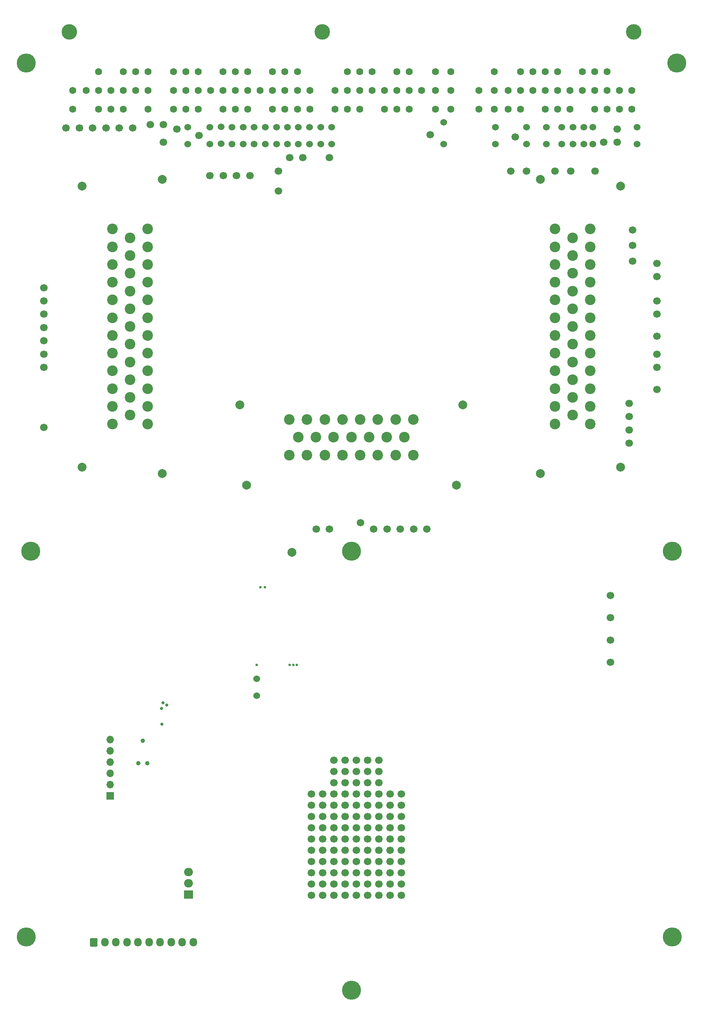
<source format=gbs>
G75*
G70*
%OFA0B0*%
%FSLAX25Y25*%
%IPPOS*%
%LPD*%
%AMOC8*
5,1,8,0,0,1.08239X$1,22.5*
%
%ADD107C,0.03900*%
%ADD108R,0.07874X0.07500*%
%ADD109O,0.07874X0.07500*%
%ADD11O,0.06693X0.07677*%
%ADD19C,0.06693*%
%ADD20C,0.07874*%
%ADD22R,0.06693X0.06693*%
%ADD34C,0.02913*%
%ADD36C,0.16929*%
%ADD50C,0.02362*%
%ADD59O,0.06693X0.06693*%
%ADD69C,0.13780*%
%ADD80C,0.09449*%
%ADD82C,0.06000*%
%ADD94C,0.06299*%
X0000000Y0000000D02*
%LPD*%
G01*
D19*
X0576772Y0568898D03*
X0051181Y0781496D03*
X0299528Y0150079D03*
X0299528Y0160079D03*
X0299528Y0170079D03*
X0299528Y0180079D03*
X0299528Y0190079D03*
X0309528Y0150079D03*
X0309528Y0160079D03*
X0309528Y0170079D03*
X0309528Y0180079D03*
X0309528Y0190079D03*
X0319528Y0150079D03*
X0319528Y0160079D03*
X0319528Y0170079D03*
X0319528Y0180079D03*
X0319528Y0190079D03*
X0535433Y0366142D03*
D82*
X0188976Y0782498D03*
X0188976Y0767498D03*
D36*
X0305118Y0015748D03*
D19*
X0521654Y0743307D03*
X0486220Y0743307D03*
D82*
X0228346Y0782303D03*
X0228346Y0767303D03*
D19*
X0450787Y0773622D03*
X0446850Y0743307D03*
X0535433Y0326772D03*
D36*
X0019685Y0405512D03*
D82*
X0501969Y0782303D03*
X0501969Y0767303D03*
D19*
X0031496Y0592520D03*
X0576772Y0596457D03*
D36*
X0015748Y0839370D03*
D19*
X0250000Y0755118D03*
X0137795Y0768898D03*
X0031496Y0568898D03*
X0285433Y0425197D03*
D50*
X0220571Y0304724D03*
X0250098Y0304724D03*
X0253248Y0304724D03*
X0256398Y0304724D03*
X0228051Y0373720D03*
X0224114Y0373720D03*
D19*
X0074803Y0781496D03*
X0541339Y0768898D03*
D36*
X0590551Y0062992D03*
D19*
X0535433Y0307087D03*
X0551969Y0501575D03*
X0179134Y0739370D03*
X0541339Y0780709D03*
X0329528Y0200079D03*
X0319528Y0200079D03*
X0309528Y0200079D03*
X0299528Y0200079D03*
X0289528Y0200079D03*
X0329528Y0210079D03*
X0319528Y0210079D03*
X0309528Y0210079D03*
X0299528Y0210079D03*
X0289528Y0210079D03*
X0329528Y0220079D03*
X0319528Y0220079D03*
X0309528Y0220079D03*
X0299528Y0220079D03*
X0289528Y0220079D03*
D50*
X0137254Y0270919D03*
X0140699Y0268852D03*
X0136073Y0265899D03*
X0136368Y0251923D03*
D19*
X0576772Y0616142D03*
D20*
X0398228Y0464272D03*
X0544291Y0730020D03*
X0404134Y0535531D03*
X0205709Y0535531D03*
X0211614Y0464272D03*
X0065551Y0480413D03*
X0473032Y0735925D03*
X0136811Y0735925D03*
X0544291Y0480413D03*
X0136811Y0474508D03*
X0473032Y0474508D03*
X0065551Y0730020D03*
D80*
X0517520Y0518602D03*
X0517520Y0534350D03*
X0517520Y0550098D03*
X0517520Y0565846D03*
X0517520Y0581594D03*
X0517520Y0597343D03*
X0517520Y0613091D03*
X0517520Y0628839D03*
X0517520Y0644587D03*
X0517520Y0660335D03*
X0517520Y0676083D03*
X0517520Y0691831D03*
X0501772Y0526476D03*
X0501772Y0542224D03*
X0501772Y0557972D03*
X0501772Y0573720D03*
X0501772Y0589469D03*
X0501772Y0605217D03*
X0501772Y0620965D03*
X0501772Y0636713D03*
X0501772Y0652461D03*
X0501772Y0668209D03*
X0501772Y0683957D03*
X0486024Y0518602D03*
X0486024Y0534350D03*
X0486024Y0550098D03*
X0486024Y0565846D03*
X0486024Y0581594D03*
X0486024Y0597343D03*
X0486024Y0613091D03*
X0486024Y0628839D03*
X0486024Y0644587D03*
X0486024Y0660335D03*
X0486024Y0676083D03*
X0486024Y0691831D03*
X0249803Y0491043D03*
X0265551Y0491043D03*
X0281299Y0491043D03*
X0297047Y0491043D03*
X0312795Y0491043D03*
X0328543Y0491043D03*
X0344291Y0491043D03*
X0360039Y0491043D03*
X0257677Y0506791D03*
X0273425Y0506791D03*
X0289173Y0506791D03*
X0304921Y0506791D03*
X0320669Y0506791D03*
X0336417Y0506791D03*
X0352165Y0506791D03*
X0249803Y0522539D03*
X0265551Y0522539D03*
X0281299Y0522539D03*
X0297047Y0522539D03*
X0312795Y0522539D03*
X0328543Y0522539D03*
X0344291Y0522539D03*
X0360039Y0522539D03*
X0092323Y0691831D03*
X0092323Y0676083D03*
X0092323Y0660335D03*
X0092323Y0644587D03*
X0092323Y0628839D03*
X0092323Y0613091D03*
X0092323Y0597343D03*
X0092323Y0581594D03*
X0092323Y0565846D03*
X0092323Y0550098D03*
X0092323Y0534350D03*
X0092323Y0518602D03*
X0108071Y0683957D03*
X0108071Y0668209D03*
X0108071Y0652461D03*
X0108071Y0636713D03*
X0108071Y0620965D03*
X0108071Y0605217D03*
X0108071Y0589469D03*
X0108071Y0573720D03*
X0108071Y0557972D03*
X0108071Y0542224D03*
X0108071Y0526476D03*
X0123819Y0691831D03*
X0123819Y0676083D03*
X0123819Y0660335D03*
X0123819Y0644587D03*
X0123819Y0628839D03*
X0123819Y0613091D03*
X0123819Y0597343D03*
X0123819Y0581594D03*
X0123819Y0565846D03*
X0123819Y0550098D03*
X0123819Y0534350D03*
X0123819Y0518602D03*
D19*
X0299528Y0100079D03*
X0299528Y0110079D03*
X0299528Y0120079D03*
X0299528Y0130079D03*
X0299528Y0140079D03*
X0309528Y0100079D03*
X0309528Y0110079D03*
X0309528Y0120079D03*
X0309528Y0130079D03*
X0309528Y0140079D03*
X0319528Y0100079D03*
X0319528Y0110079D03*
X0319528Y0120079D03*
X0319528Y0130079D03*
X0319528Y0140079D03*
G36*
G01*
X0072441Y0055295D02*
X0072441Y0061004D01*
G75*
G02*
X0073425Y0061988I0000984J0000000D01*
G01*
X0078150Y0061988D01*
G75*
G02*
X0079134Y0061004I0000000J-000984D01*
G01*
X0079134Y0055295D01*
G75*
G02*
X0078150Y0054311I-000984J0000000D01*
G01*
X0073425Y0054311D01*
G75*
G02*
X0072441Y0055295I0000000J0000984D01*
G01*
G37*
D11*
X0085630Y0058150D03*
X0095472Y0058150D03*
X0105315Y0058150D03*
X0115157Y0058150D03*
X0125000Y0058150D03*
X0134843Y0058150D03*
X0144685Y0058150D03*
X0154528Y0058150D03*
X0164370Y0058150D03*
D19*
X0375073Y0775591D03*
X0551969Y0525197D03*
D82*
X0478346Y0782303D03*
X0478346Y0767303D03*
X0198819Y0782303D03*
X0198819Y0767303D03*
X0267717Y0782303D03*
X0267717Y0767303D03*
X0387008Y0786655D03*
X0387008Y0767364D03*
X0511811Y0782303D03*
X0511811Y0767303D03*
D19*
X0062992Y0781496D03*
X0529528Y0768898D03*
X0329528Y0150079D03*
X0329528Y0160079D03*
X0329528Y0170079D03*
X0329528Y0180079D03*
X0329528Y0190079D03*
X0339528Y0150079D03*
X0339528Y0160079D03*
X0339528Y0170079D03*
X0339528Y0180079D03*
X0339528Y0190079D03*
X0349528Y0150079D03*
X0349528Y0160079D03*
X0349528Y0170079D03*
X0349528Y0180079D03*
X0349528Y0190079D03*
D36*
X0590551Y0405512D03*
D19*
X0031496Y0515748D03*
X0372047Y0425197D03*
D36*
X0015748Y0062992D03*
D19*
X0240157Y0743307D03*
X0269528Y0100079D03*
X0269528Y0110079D03*
X0269528Y0120079D03*
X0269528Y0130079D03*
X0269528Y0140079D03*
X0279528Y0100079D03*
X0279528Y0110079D03*
X0279528Y0120079D03*
X0279528Y0130079D03*
X0279528Y0140079D03*
X0289528Y0100079D03*
X0289528Y0110079D03*
X0289528Y0120079D03*
X0289528Y0130079D03*
X0289528Y0140079D03*
X0551969Y0513386D03*
X0202756Y0739370D03*
D69*
X0556102Y0866929D03*
X0054134Y0866929D03*
X0279134Y0866929D03*
D94*
X0554528Y0798425D03*
X0543504Y0798425D03*
X0532480Y0798425D03*
X0521457Y0798425D03*
X0499409Y0798425D03*
X0488386Y0798425D03*
X0477362Y0798425D03*
X0455315Y0798425D03*
X0444291Y0798425D03*
X0432087Y0798425D03*
X0418307Y0798425D03*
X0554528Y0814961D03*
X0543504Y0814961D03*
X0532480Y0814961D03*
X0521457Y0814961D03*
X0510433Y0814961D03*
X0499409Y0814961D03*
X0488386Y0814961D03*
X0477362Y0814961D03*
X0466339Y0814961D03*
X0455315Y0814961D03*
X0444291Y0814961D03*
X0432087Y0814961D03*
X0418307Y0814961D03*
X0532480Y0831496D03*
X0521457Y0831496D03*
X0510433Y0831496D03*
X0488386Y0831496D03*
X0477362Y0831496D03*
X0466339Y0831496D03*
X0455315Y0831496D03*
X0432087Y0831496D03*
X0393504Y0798425D03*
X0379724Y0798425D03*
X0356496Y0798425D03*
X0345472Y0798425D03*
X0334449Y0798425D03*
X0312402Y0798425D03*
X0301378Y0798425D03*
X0290354Y0798425D03*
X0393504Y0814961D03*
X0379724Y0814961D03*
X0367520Y0814961D03*
X0356496Y0814961D03*
X0345472Y0814961D03*
X0334449Y0814961D03*
X0323425Y0814961D03*
X0312402Y0814961D03*
X0301378Y0814961D03*
X0290354Y0814961D03*
X0393504Y0831496D03*
X0379724Y0831496D03*
X0356496Y0831496D03*
X0345472Y0831496D03*
X0323425Y0831496D03*
X0312402Y0831496D03*
X0301378Y0831496D03*
X0267913Y0798425D03*
X0256890Y0798425D03*
X0245866Y0798425D03*
X0234843Y0798425D03*
X0212795Y0798425D03*
X0201772Y0798425D03*
X0190748Y0798425D03*
X0168701Y0798425D03*
X0157677Y0798425D03*
X0146654Y0798425D03*
X0267913Y0814961D03*
X0256890Y0814961D03*
X0245866Y0814961D03*
X0234843Y0814961D03*
X0223819Y0814961D03*
X0212795Y0814961D03*
X0201772Y0814961D03*
X0190748Y0814961D03*
X0179724Y0814961D03*
X0168701Y0814961D03*
X0157677Y0814961D03*
X0146654Y0814961D03*
X0256890Y0831496D03*
X0245866Y0831496D03*
X0234843Y0831496D03*
X0212795Y0831496D03*
X0201772Y0831496D03*
X0190748Y0831496D03*
X0168701Y0831496D03*
X0157677Y0831496D03*
X0146654Y0831496D03*
X0124213Y0798425D03*
X0102165Y0798425D03*
X0091142Y0798425D03*
X0080118Y0798425D03*
X0056890Y0798425D03*
X0124213Y0814961D03*
X0113189Y0814961D03*
X0102165Y0814961D03*
X0091142Y0814961D03*
X0080118Y0814961D03*
X0069094Y0814961D03*
X0056890Y0814961D03*
X0124213Y0831496D03*
X0113189Y0831496D03*
X0102165Y0831496D03*
X0080118Y0831496D03*
D82*
X0179134Y0782303D03*
X0179134Y0767303D03*
X0519685Y0782303D03*
X0519685Y0767303D03*
D19*
X0551969Y0537008D03*
D36*
X0594488Y0839370D03*
D19*
X0348425Y0425197D03*
D82*
X0277559Y0782303D03*
X0277559Y0767303D03*
D19*
X0535433Y0346457D03*
D82*
X0559055Y0782303D03*
X0559055Y0767303D03*
D19*
X0137795Y0784646D03*
X0261811Y0755118D03*
X0329528Y0100079D03*
X0329528Y0110079D03*
X0329528Y0120079D03*
X0329528Y0130079D03*
X0329528Y0140079D03*
X0339528Y0100079D03*
X0339528Y0110079D03*
X0339528Y0120079D03*
X0339528Y0130079D03*
X0339528Y0140079D03*
X0349528Y0100079D03*
X0349528Y0110079D03*
X0349528Y0120079D03*
X0349528Y0130079D03*
X0349528Y0140079D03*
D22*
X0090551Y0188189D03*
D59*
X0090551Y0198189D03*
X0090551Y0208189D03*
X0090551Y0218189D03*
X0090551Y0228189D03*
X0090551Y0238189D03*
D19*
X0214567Y0739370D03*
X0031496Y0639764D03*
X0273622Y0425197D03*
D82*
X0238268Y0782303D03*
X0238268Y0767303D03*
X0159449Y0782303D03*
X0159449Y0767303D03*
D19*
X0555118Y0663386D03*
X0110236Y0781496D03*
X0086614Y0781496D03*
X0555118Y0677165D03*
D82*
X0208661Y0782303D03*
X0208661Y0767303D03*
D19*
X0576772Y0580709D03*
D82*
X0460630Y0782303D03*
X0460630Y0767303D03*
D19*
X0576772Y0627953D03*
X0312992Y0431102D03*
X0576772Y0661417D03*
X0031496Y0580709D03*
X0500000Y0743307D03*
X0169291Y0774803D03*
D82*
X0248031Y0782303D03*
X0248031Y0767303D03*
X0287402Y0782303D03*
X0287402Y0767303D03*
X0433071Y0782303D03*
X0433071Y0767303D03*
D19*
X0098425Y0781496D03*
D82*
X0492126Y0782303D03*
X0492126Y0767303D03*
D19*
X0125984Y0784646D03*
X0240157Y0725591D03*
D36*
X0305118Y0405512D03*
D19*
X0360236Y0425197D03*
X0269528Y0150079D03*
X0269528Y0160079D03*
X0269528Y0170079D03*
X0269528Y0180079D03*
X0269528Y0190079D03*
X0279528Y0150079D03*
X0279528Y0160079D03*
X0279528Y0170079D03*
X0279528Y0180079D03*
X0279528Y0190079D03*
X0289528Y0150079D03*
X0289528Y0160079D03*
X0289528Y0170079D03*
X0289528Y0180079D03*
X0289528Y0190079D03*
X0576772Y0649606D03*
X0576772Y0549213D03*
X0324803Y0425197D03*
X0285433Y0755118D03*
X0031496Y0616142D03*
X0031496Y0627953D03*
X0460630Y0743307D03*
X0031496Y0604331D03*
X0149606Y0780709D03*
X0190945Y0739370D03*
X0336614Y0425197D03*
X0555118Y0690945D03*
D82*
X0218504Y0782303D03*
X0218504Y0767303D03*
X0257874Y0782303D03*
X0257874Y0767303D03*
X0220571Y0292146D03*
X0220571Y0277146D03*
D20*
X0251969Y0404724D03*
X0217126Y0375197D02*
%LPD*%
G01*
D50*
X0220571Y0304725D03*
X0250098Y0304725D03*
X0253248Y0304725D03*
X0256398Y0304725D03*
X0228051Y0373721D03*
X0224114Y0373721D03*
X0108563Y0241417D02*
%LPD*%
G01*
D108*
X0160138Y0100708D03*
D109*
X0160138Y0110708D03*
X0160138Y0120708D03*
D107*
X0119390Y0237244D03*
X0115390Y0217244D03*
X0123390Y0217244D03*
X0167569Y0276332D02*
G01*
G75*
D34*
X0136368Y0251923D02*
D03*
X0136073Y0265899D02*
D03*
X0137254Y0270919D02*
D03*
X0140699Y0268852D02*
D03*
M02*

</source>
